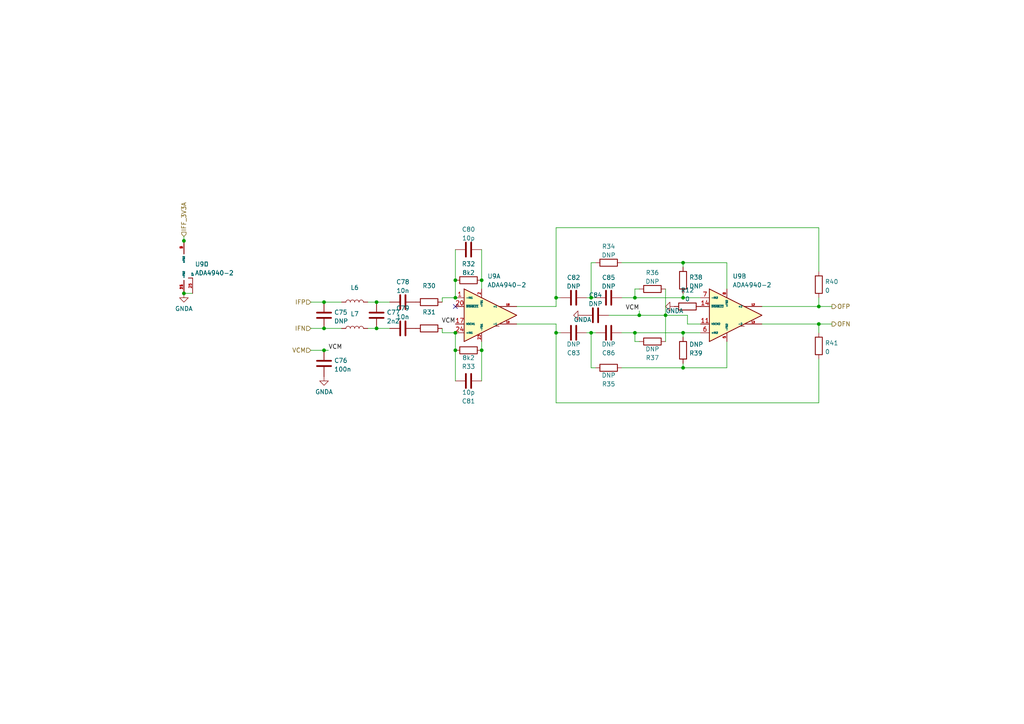
<source format=kicad_sch>
(kicad_sch (version 20211123) (generator eeschema)
  (paper "A4")
  (lib_symbols
    (symbol "Amplifier_Difference:ADA4940-2"
      (property "Reference" "U" (at 5.08 5.08 0))
      (property "Value" "ADA4940-2" (at 8.89 -5.08 0))
      (symbol "ADA4940-2_0_1"
        (polyline (pts (xy 5.08 -3.175) (xy 3.81 -3.175)))
      )
      (symbol "ADA4940-2_1_1"
        (polyline (pts (xy -5.08 7.62) (xy -5.08 -7.62) (xy 10.16 0) (xy -5.08 7.62)) (stroke (width 0.254)) (fill (type background)))
        (pin input line (at -7.62 5.08 0) (length 2.54) (name "-IN1") (number "1"))
        (pin input line (at -7.62 -2.54 0) (length 2.54) (name "VOCM1") (number "17"))
        (pin output line (at 10.16 2.54 180) (length 5.08) (name "+1") (number "18"))
        (pin output line (at 10.16 -2.54 180) (length 5.08) (name "-1") (number "19"))
        (pin input line (at 0 7.62 270) (length 2.54) (name "+FB1") (number "2"))
        (pin input line (at -7.62 2.54 0) (length 2.54) (name "~{DISABLE1}") (number "20"))
        (pin input line (at 0 -7.62 90) (length 2.54) (name "-FB1") (number "23"))
        (pin input line (at -7.62 -5.08 0) (length 2.54) (name "+IN1") (number "24"))
      )
      (symbol "ADA4940-2_2_1"
        (polyline (pts (xy -5.08 7.62) (xy -5.08 -7.62) (xy 10.16 0) (xy -5.08 7.62)) (stroke (width 0.254)) (fill (type background)))
        (pin input line (at -7.62 -2.54 0) (length 2.54) (name "VOCM2") (number "11"))
        (pin output line (at 10.16 2.54 180) (length 5.08) (name "+2") (number "12"))
        (pin output line (at 10.16 -2.54 180) (length 5.08) (name "-2") (number "13"))
        (pin input line (at -7.62 2.54 0) (length 2.54) (name "~{DISABLE2}") (number "14"))
        (pin input line (at 0 -7.62 90) (length 2.54) (name "-FB2") (number "5"))
        (pin input line (at -7.62 -5.08 0) (length 2.54) (name "+IN2") (number "6"))
        (pin input line (at -7.62 5.08 0) (length 2.54) (name "-IN2") (number "7"))
        (pin input line (at 0 7.62 270) (length 2.54) (name "+FB2") (number "8"))
      )
      (symbol "ADA4940-2_3_1"
        (pin input line (at 2.54 -7.62 90) (length 3.81) (name "-FB2") (number "21"))
        (pin input line (at 2.54 -7.62 90) (length 3.81) hide (name "-FB2") (number "22"))
        (pin passive line (at 5.08 -7.62 90) (length 4.445) (name "EP") (number "25"))
        (pin input line (at 2.54 7.62 270) (length 3.81) (name "+FB2") (number "3"))
        (pin input line (at 2.54 7.62 270) (length 3.81) hide (name "+FB2") (number "4"))
      )
      (symbol "ADA4940-2_4_1"
        (pin input line (at 2.54 7.62 270) (length 3.81) hide (name "+FB2") (number "10"))
        (pin input line (at 2.54 -7.62 90) (length 3.81) (name "-FB2") (number "15"))
        (pin input line (at 2.54 -7.62 90) (length 3.81) hide (name "-FB2") (number "16"))
        (pin input line (at 2.54 7.62 270) (length 3.81) (name "+FB2") (number "9"))
      )
    )
    (symbol "Device:C" (pin_numbers hide) (pin_names (offset 0.254))
      (property "Reference" "C" (at 0.635 2.54 0))
      (property "Value" "C" (at 0.635 -2.54 0))
      (symbol "C_0_1"
        (polyline (pts (xy -2.032 -0.762) (xy 2.032 -0.762)) (stroke (width 0.508)))
        (polyline (pts (xy -2.032 0.762) (xy 2.032 0.762)) (stroke (width 0.508)))
      )
      (symbol "C_1_1"
        (pin passive line (at 0 3.81 270) (length 2.794) (name "~") (number "1"))
        (pin passive line (at 0 -3.81 90) (length 2.794) (name "~") (number "2"))
      )
    )
    (symbol "Device:L" (pin_numbers hide) (pin_names (offset 1.016) hide)
      (property "Reference" "L" (at -1.27 0 90))
      (property "Value" "L" (at 1.905 0 90))
      (symbol "L_0_1"
        (arc (start 0 -2.54) (mid 0.635 -1.905) (end 0 -1.27))
        (arc (start 0 -1.27) (mid 0.635 -0.635) (end 0 0))
        (arc (start 0 0) (mid 0.635 0.635) (end 0 1.27))
        (arc (start 0 1.27) (mid 0.635 1.905) (end 0 2.54))
      )
      (symbol "L_1_1"
        (pin passive line (at 0 3.81 270) (length 1.27) (name "1") (number "1"))
        (pin passive line (at 0 -3.81 90) (length 1.27) (name "2") (number "2"))
      )
    )
    (symbol "Device:R" (pin_numbers hide) (pin_names (offset 0))
      (property "Reference" "R" (at 2.032 0 90))
      (property "Value" "R" (at 0 0 90))
      (symbol "R_0_1"
        (rectangle (start -1.016 -2.54) (end 1.016 2.54) (stroke (width 0.254)))
      )
      (symbol "R_1_1"
        (pin passive line (at 0 3.81 270) (length 1.27) (name "~") (number "1"))
        (pin passive line (at 0 -3.81 90) (length 1.27) (name "~") (number "2"))
      )
    )
    (symbol "power:GNDA" (power) (pin_names (offset 0))
      (property "Value" "GNDA" (at 0 -3.81 0))
      (symbol "GNDA_0_1"
        (polyline (pts (xy 0 0) (xy 0 -1.27) (xy 1.27 -1.27) (xy 0 -2.54) (xy -1.27 -1.27) (xy 0 -1.27)))
      )
      (symbol "GNDA_1_1"
        (pin power_in line (at 0 0 270) (length 0) hide (name "GNDA") (number "1"))
      )
    )
  )
  (junction (at 53.34 85.09))
  (junction (at 161.29 86.36))
  (junction (at 237.49 93.98))
  (junction (at 132.08 86.36))
  (junction (at 184.15 96.52))
  (junction (at 93.98 87.63))
  (junction (at 193.04 91.44))
  (junction (at 109.22 95.25))
  (junction (at 139.7 101.6))
  (junction (at 198.12 86.36))
  (junction (at 185.42 91.44))
  (junction (at 198.12 96.52))
  (junction (at 171.45 86.36))
  (junction (at 132.08 101.6))
  (junction (at 109.22 87.63))
  (junction (at 198.12 76.2))
  (junction (at 161.29 96.52))
  (junction (at 53.34 69.85))
  (junction (at 237.49 88.9))
  (junction (at 93.98 95.25))
  (junction (at 132.08 96.52))
  (junction (at 132.08 81.28))
  (junction (at 198.12 106.68))
  (junction (at 184.15 86.36))
  (junction (at 139.7 81.28))
  (junction (at 171.45 96.52))
  (junction (at 93.98 101.6))
  (no_connect (at 132.08 88.9))
  (wire (pts (xy 237.49 93.98) (xy 237.49 96.52)))
  (wire (pts (xy 161.29 96.52) (xy 162.56 96.52)))
  (wire (pts (xy 161.29 93.98) (xy 149.86 93.98)))
  (wire (pts (xy 185.42 91.44) (xy 185.42 90.17)))
  (wire (pts (xy 113.03 87.63) (xy 109.22 87.63)))
  (wire (pts (xy 198.12 85.09) (xy 198.12 86.36)))
  (wire (pts (xy 93.98 87.63) (xy 90.17 87.63)))
  (wire (pts (xy 180.34 106.68) (xy 198.12 106.68)))
  (wire (pts (xy 199.39 91.44) (xy 199.39 93.98)))
  (wire (pts (xy 193.04 91.44) (xy 199.39 91.44)))
  (wire (pts (xy 180.34 96.52) (xy 184.15 96.52)))
  (wire (pts (xy 180.34 86.36) (xy 184.15 86.36)))
  (wire (pts (xy 162.56 86.36) (xy 161.29 86.36)))
  (wire (pts (xy 198.12 86.36) (xy 203.2 86.36)))
  (wire (pts (xy 185.42 99.06) (xy 184.15 99.06)))
  (wire (pts (xy 198.12 76.2) (xy 198.12 77.47)))
  (wire (pts (xy 93.98 95.25) (xy 99.06 95.25)))
  (wire (pts (xy 237.49 93.98) (xy 241.3 93.98)))
  (wire (pts (xy 184.15 96.52) (xy 198.12 96.52)))
  (wire (pts (xy 99.06 87.63) (xy 93.98 87.63)))
  (wire (pts (xy 161.29 96.52) (xy 161.29 116.84)))
  (wire (pts (xy 210.82 106.68) (xy 210.82 99.06)))
  (wire (pts (xy 171.45 86.36) (xy 171.45 76.2)))
  (wire (pts (xy 109.22 87.63) (xy 106.68 87.63)))
  (wire (pts (xy 171.45 96.52) (xy 171.45 106.68)))
  (wire (pts (xy 237.49 86.36) (xy 237.49 88.9)))
  (wire (pts (xy 170.18 96.52) (xy 171.45 96.52)))
  (wire (pts (xy 171.45 96.52) (xy 172.72 96.52)))
  (wire (pts (xy 95.25 101.6) (xy 93.98 101.6)))
  (wire (pts (xy 161.29 66.04) (xy 161.29 86.36)))
  (wire (pts (xy 171.45 106.68) (xy 172.72 106.68)))
  (wire (pts (xy 128.27 87.63) (xy 128.27 86.36)))
  (wire (pts (xy 171.45 86.36) (xy 172.72 86.36)))
  (wire (pts (xy 193.04 91.44) (xy 193.04 99.06)))
  (wire (pts (xy 128.27 95.25) (xy 128.27 96.52)))
  (wire (pts (xy 128.27 86.36) (xy 132.08 86.36)))
  (wire (pts (xy 198.12 105.41) (xy 198.12 106.68)))
  (wire (pts (xy 139.7 72.39) (xy 139.7 81.28)))
  (wire (pts (xy 132.08 96.52) (xy 132.08 101.6)))
  (wire (pts (xy 161.29 88.9) (xy 149.86 88.9)))
  (wire (pts (xy 198.12 106.68) (xy 210.82 106.68)))
  (wire (pts (xy 90.17 95.25) (xy 93.98 95.25)))
  (wire (pts (xy 128.27 96.52) (xy 132.08 96.52)))
  (wire (pts (xy 132.08 81.28) (xy 132.08 86.36)))
  (wire (pts (xy 109.22 95.25) (xy 106.68 95.25)))
  (wire (pts (xy 109.22 95.25) (xy 113.03 95.25)))
  (wire (pts (xy 139.7 81.28) (xy 139.7 83.82)))
  (wire (pts (xy 139.7 101.6) (xy 139.7 110.49)))
  (wire (pts (xy 198.12 96.52) (xy 198.12 97.79)))
  (wire (pts (xy 53.34 85.09) (xy 55.88 85.09)))
  (wire (pts (xy 185.42 91.44) (xy 193.04 91.44)))
  (wire (pts (xy 237.49 104.14) (xy 237.49 116.84)))
  (wire (pts (xy 199.39 93.98) (xy 203.2 93.98)))
  (wire (pts (xy 184.15 86.36) (xy 198.12 86.36)))
  (wire (pts (xy 176.53 91.44) (xy 185.42 91.44)))
  (wire (pts (xy 132.08 101.6) (xy 132.08 110.49)))
  (wire (pts (xy 220.98 93.98) (xy 237.49 93.98)))
  (wire (pts (xy 132.08 72.39) (xy 132.08 81.28)))
  (wire (pts (xy 170.18 86.36) (xy 171.45 86.36)))
  (wire (pts (xy 53.34 68.58) (xy 53.34 69.85)))
  (wire (pts (xy 161.29 93.98) (xy 161.29 96.52)))
  (wire (pts (xy 90.17 101.6) (xy 93.98 101.6)))
  (wire (pts (xy 237.49 116.84) (xy 161.29 116.84)))
  (wire (pts (xy 198.12 76.2) (xy 210.82 76.2)))
  (wire (pts (xy 237.49 88.9) (xy 241.3 88.9)))
  (wire (pts (xy 210.82 76.2) (xy 210.82 83.82)))
  (wire (pts (xy 193.04 91.44) (xy 193.04 83.82)))
  (wire (pts (xy 184.15 83.82) (xy 185.42 83.82)))
  (wire (pts (xy 139.7 99.06) (xy 139.7 101.6)))
  (wire (pts (xy 220.98 88.9) (xy 237.49 88.9)))
  (wire (pts (xy 184.15 86.36) (xy 184.15 83.82)))
  (wire (pts (xy 180.34 76.2) (xy 198.12 76.2)))
  (wire (pts (xy 198.12 96.52) (xy 203.2 96.52)))
  (wire (pts (xy 237.49 66.04) (xy 161.29 66.04)))
  (wire (pts (xy 237.49 78.74) (xy 237.49 66.04)))
  (wire (pts (xy 184.15 96.52) (xy 184.15 99.06)))
  (wire (pts (xy 171.45 76.2) (xy 172.72 76.2)))
  (wire (pts (xy 161.29 86.36) (xy 161.29 88.9)))
  (label "VCM" (at 132.08 93.98 180))
  (label "VCM" (at 185.42 90.17 180))
  (label "VCM" (at 95.25 101.6 0))
  (hierarchical_label "IFF_3V3A" (shape input) (at 53.34 68.58 90))
  (hierarchical_label "VCM" (shape input) (at 90.17 101.6 180))
  (hierarchical_label "IFN" (shape input) (at 90.17 95.25 180))
  (hierarchical_label "OFN" (shape output) (at 241.3 93.98 0))
  (hierarchical_label "IFP" (shape input) (at 90.17 87.63 180))
  (hierarchical_label "OFP" (shape output) (at 241.3 88.9 0))
  (symbol (lib_id "Device:R") (at 198.12 101.6 0) (mirror x) (unit 1)
    (property "Reference" "R39" (at 199.898 102.4347 0) (effects (justify left)))
    (property "Value" "DNP" (at 199.898 99.8978 0) (effects (justify left)))
    (property "Footprint" "Resistor_SMD:R_0402_1005Metric" (effects hide))
  )
  (symbol (lib_id "Device:R") (at 237.49 82.55 180) (unit 1)
    (property "Reference" "R40" (at 239.268 81.7153 0) (effects (justify right)))
    (property "Value" "0" (at 239.268 84.2522 0) (effects (justify right)))
    (property "Footprint" "Resistor_SMD:R_0402_1005Metric" (effects hide))
  )
  (symbol (lib_id "power:GNDA") (at 53.34 85.09 0) (unit 1)
    (property "Reference" "#PWR0162" (effects hide))
    (property "Value" "GNDA" (at 53.34 89.5334 0))
  )
  (symbol (lib_id "power:GNDA") (at 195.58 88.9 270) (unit 1)
    (property "Reference" "#PWR0166" (effects hide))
    (property "Value" "GNDA" (at 193.04 90.17 90) (effects (justify left)))
  )
  (symbol (lib_id "Amplifier_Difference:ADA4940-2") (at 139.7 91.44 0) (unit 1)
    (property "Reference" "U9" (at 141.3511 80.1202 0) (effects (justify left)))
    (property "Value" "ADA4940-2" (at 141.3511 82.6571 0) (effects (justify left)))
    (property "Footprint" "Package_CSP:LFCSP-24-1EP_4x4mm_P0.5mm_EP2.5x2.5mm_ThermalVias" (effects hide))
    (property "Datasheet" "https://www.analog.com/media/en/technical-documentation/data-sheets/ADA4940-1_4940-2.pdf" (effects hide))
  )
  (symbol (lib_id "Device:L") (at 102.87 87.63 90) (unit 1)
    (property "Reference" "L6" (at 102.87 83.4222 90))
  )
  (symbol (lib_id "Device:C") (at 93.98 105.41 0) (unit 1)
    (property "Reference" "C76" (at 96.901 104.5753 0) (effects (justify left)))
    (property "Value" "100n" (at 96.901 107.1122 0) (effects (justify left)))
    (property "Footprint" "Capacitor_SMD:C_0402_1005Metric" (effects hide))
  )
  (symbol (lib_id "Device:C") (at 172.72 91.44 90) (unit 1)
    (property "Reference" "C84" (at 172.72 85.5812 90))
    (property "Value" "DNP" (at 172.72 88.1181 90))
    (property "Footprint" "Capacitor_SMD:C_0402_1005Metric" (effects hide))
  )
  (symbol (lib_id "Device:R") (at 124.46 87.63 90) (unit 1)
    (property "Reference" "R30" (at 124.46 82.9142 90))
  )
  (symbol (lib_id "Amplifier_Difference:ADA4940-2") (at 50.8 77.47 0) (unit 4)
    (property "Reference" "U9" (at 56.515 76.6353 0) (effects (justify left)))
    (property "Value" "ADA4940-2" (at 56.515 79.1722 0) (effects (justify left)))
    (property "Footprint" "Package_CSP:LFCSP-24-1EP_4x4mm_P0.5mm_EP2.5x2.5mm_ThermalVias" (effects hide))
    (property "Datasheet" "https://www.analog.com/media/en/technical-documentation/data-sheets/ADA4940-1_4940-2.pdf" (effects hide))
  )
  (symbol (lib_id "power:GNDA") (at 93.98 109.22 0) (unit 1)
    (property "Reference" "#PWR0163" (effects hide))
    (property "Value" "GNDA" (at 93.98 113.6634 0))
  )
  (symbol (lib_id "Device:C") (at 116.84 87.63 90) (unit 1)
    (property "Reference" "C78" (at 116.84 81.7712 90))
    (property "Value" "10n" (at 116.84 84.3081 90))
    (property "Footprint" "Capacitor_SMD:C_0402_1005Metric" (effects hide))
  )
  (symbol (lib_id "Device:C") (at 109.22 91.44 0) (unit 1)
    (property "Reference" "C77" (at 112.141 90.6053 0) (effects (justify left)))
    (property "Value" "2n2" (at 112.141 93.1422 0) (effects (justify left)))
    (property "Footprint" "Capacitor_SMD:C_0402_1005Metric" (effects hide))
  )
  (symbol (lib_id "Device:L") (at 102.87 95.25 90) (unit 1)
    (property "Reference" "L7" (at 102.87 91.0422 90))
  )
  (symbol (lib_id "Amplifier_Difference:ADA4940-2") (at 210.82 91.44 0) (unit 2)
    (property "Reference" "U9" (at 212.4711 80.1202 0) (effects (justify left)))
    (property "Value" "ADA4940-2" (at 212.4711 82.6571 0) (effects (justify left)))
    (property "Footprint" "Package_CSP:LFCSP-24-1EP_4x4mm_P0.5mm_EP2.5x2.5mm_ThermalVias" (effects hide))
    (property "Datasheet" "https://www.analog.com/media/en/technical-documentation/data-sheets/ADA4940-1_4940-2.pdf" (effects hide))
  )
  (symbol (lib_id "Device:C") (at 135.89 110.49 270) (unit 1)
    (property "Reference" "C81" (at 135.89 116.3488 90))
    (property "Value" "10p" (at 135.89 113.8119 90))
    (property "Footprint" "Capacitor_SMD:C_0402_1005Metric" (effects hide))
  )
  (symbol (lib_id "Device:C") (at 116.84 95.25 90) (unit 1)
    (property "Reference" "C79" (at 116.84 89.3912 90))
    (property "Value" "10n" (at 116.84 91.9281 90))
    (property "Footprint" "Capacitor_SMD:C_0402_1005Metric" (effects hide))
  )
  (symbol (lib_id "Device:C") (at 176.53 96.52 90) (mirror x) (unit 1)
    (property "Reference" "C86" (at 176.53 102.3788 90))
    (property "Value" "DNP" (at 176.53 99.8419 90))
    (property "Footprint" "Capacitor_SMD:C_0402_1005Metric" (effects hide))
  )
  (symbol (lib_id "Device:C") (at 166.37 86.36 90) (unit 1)
    (property "Reference" "C82" (at 166.37 80.5012 90))
    (property "Value" "DNP" (at 166.37 83.0381 90))
    (property "Footprint" "Capacitor_SMD:C_0402_1005Metric" (effects hide))
  )
  (symbol (lib_id "Device:R") (at 124.46 95.25 90) (unit 1)
    (property "Reference" "R31" (at 124.46 90.5342 90))
  )
  (symbol (lib_id "Device:C") (at 93.98 91.44 0) (unit 1)
    (property "Reference" "C75" (at 96.901 90.6053 0) (effects (justify left)))
    (property "Value" "DNP" (at 96.901 93.1422 0) (effects (justify left)))
    (property "Footprint" "Capacitor_SMD:C_0402_1005Metric" (effects hide))
  )
  (symbol (lib_id "power:GNDA") (at 168.91 91.44 270) (unit 1)
    (property "Reference" "#PWR0165" (effects hide))
    (property "Value" "GNDA" (at 166.37 92.71 90) (effects (justify left)))
  )
  (symbol (lib_id "Device:C") (at 135.89 72.39 90) (unit 1)
    (property "Reference" "C80" (at 135.89 66.5312 90))
    (property "Value" "10p" (at 135.89 69.0681 90))
    (property "Footprint" "Capacitor_SMD:C_0402_1005Metric" (effects hide))
  )
  (symbol (lib_id "Device:R") (at 189.23 83.82 90) (unit 1)
    (property "Reference" "R36" (at 189.23 79.1042 90))
    (property "Value" "DNP" (at 189.23 81.6411 90))
    (property "Footprint" "Resistor_SMD:R_0402_1005Metric" (effects hide))
  )
  (symbol (lib_id "Device:R") (at 176.53 76.2 270) (unit 1)
    (property "Reference" "R34" (at 176.53 71.4842 90))
    (property "Value" "DNP" (at 176.53 74.0211 90))
    (property "Footprint" "Resistor_SMD:R_0402_1005Metric" (effects hide))
  )
  (symbol (lib_id "Device:C") (at 176.53 86.36 90) (unit 1)
    (property "Reference" "C85" (at 176.53 80.5012 90))
    (property "Value" "DNP" (at 176.53 83.0381 90))
    (property "Footprint" "Capacitor_SMD:C_0402_1005Metric" (effects hide))
  )
  (symbol (lib_id "Device:R") (at 135.89 81.28 90) (unit 1)
    (property "Reference" "R32" (at 135.89 76.5642 90))
    (property "Value" "8k2" (at 135.89 79.1011 90))
    (property "Footprint" "Resistor_SMD:R_0402_1005Metric" (effects hide))
  )
  (symbol (lib_id "Device:R") (at 176.53 106.68 270) (mirror x) (unit 1)
    (property "Reference" "R35" (at 176.53 111.3958 90))
    (property "Value" "DNP" (at 176.53 108.8589 90))
    (property "Footprint" "Resistor_SMD:R_0402_1005Metric" (effects hide))
  )
  (symbol (lib_id "Amplifier_Difference:ADA4940-2") (at 50.8 77.47 0) (unit 3)
    (property "Reference" "U9" (at 56.515 76.6353 0) (effects (justify left)))
    (property "Value" "ADA4940-2" (at 56.515 79.1722 0) (effects (justify left)))
    (property "Footprint" "Package_CSP:LFCSP-24-1EP_4x4mm_P0.5mm_EP2.5x2.5mm_ThermalVias" (effects hide))
    (property "Datasheet" "https://www.analog.com/media/en/technical-documentation/data-sheets/ADA4940-1_4940-2.pdf" (effects hide))
  )
  (symbol (lib_id "Device:R") (at 199.39 88.9 90) (unit 1)
    (property "Reference" "R12" (at 199.39 84.1842 90))
    (property "Value" "0" (at 199.39 86.7211 90))
    (property "Footprint" "Resistor_SMD:R_0402_1005Metric" (effects hide))
  )
  (symbol (lib_id "Device:R") (at 135.89 101.6 270) (unit 1)
    (property "Reference" "R33" (at 135.89 106.3158 90))
    (property "Value" "8k2" (at 135.89 103.7789 90))
    (property "Footprint" "Resistor_SMD:R_0402_1005Metric" (effects hide))
  )
  (symbol (lib_id "Device:C") (at 166.37 96.52 90) (mirror x) (unit 1)
    (property "Reference" "C83" (at 166.37 102.3788 90))
    (property "Value" "DNP" (at 166.37 99.8419 90))
    (property "Footprint" "Capacitor_SMD:C_0402_1005Metric" (effects hide))
  )
  (symbol (lib_id "Device:R") (at 237.49 100.33 180) (unit 1)
    (property "Reference" "R41" (at 239.268 99.4953 0) (effects (justify right)))
    (property "Value" "0" (at 239.268 102.0322 0) (effects (justify right)))
    (property "Footprint" "Resistor_SMD:R_0402_1005Metric" (effects hide))
  )
  (symbol (lib_id "Device:R") (at 189.23 99.06 90) (mirror x) (unit 1)
    (property "Reference" "R37" (at 189.23 103.7758 90))
    (property "Value" "DNP" (at 189.23 101.2389 90))
    (property "Footprint" "Resistor_SMD:R_0402_1005Metric" (effects hide))
  )
  (symbol (lib_id "Device:R") (at 198.12 81.28 0) (unit 1)
    (property "Reference" "R38" (at 199.898 80.4453 0) (effects (justify left)))
    (property "Value" "DNP" (at 199.898 82.9822 0) (effects (justify left)))
    (property "Footprint" "Resistor_SMD:R_0402_1005Metric" (effects hide))
  )
)
</source>
